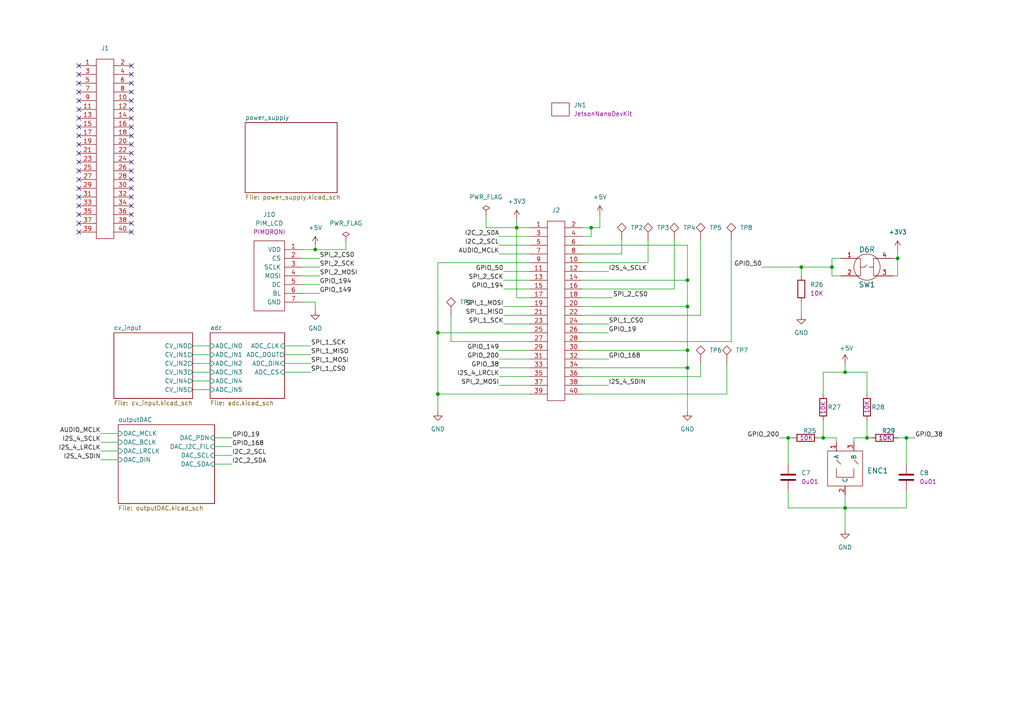
<source format=kicad_sch>
(kicad_sch (version 20211123) (generator eeschema)
  (paper "A4")
  (lib_symbols
    (symbol "capacitors_smd:0.01uf_0603_50V" (pin_numbers hide) (pin_names (offset 0.254))
      (property "Reference" "C" (at 0.635 2.54 0))
      (property "Display" "0u01" (at 4.826 0 0))
      (symbol "0.01uf_0603_50V_0_1"
        (polyline (pts (xy -2.032 -0.762) (xy 2.032 -0.762)) (stroke (width 0.508)))
        (polyline (pts (xy -2.032 0.762) (xy 2.032 0.762)) (stroke (width 0.508)))
      )
      (symbol "0.01uf_0603_50V_1_1"
        (pin passive line (at 0 3.81 270) (length 2.794) (name "~") (number "1"))
        (pin passive line (at 0 -3.81 90) (length 2.794) (name "~") (number "2"))
      )
    )
    (symbol "connectors:40_POS_Header" (pin_names (offset 1.016))
      (property "Reference" "J" (at -0.635 27.305 0))
      (symbol "40_POS_Header_0_1"
        (rectangle (start -2.54 26.035) (end 2.54 -26.035))
      )
      (symbol "40_POS_Header_1_1"
        (pin passive line (at -7.62 24.13 0) (length 5.08) (name "~") (number "1"))
        (pin passive line (at 7.62 13.97 180) (length 5.08) (name "~") (number "10"))
        (pin passive line (at -7.62 11.43 0) (length 5.08) (name "~") (number "11"))
        (pin passive line (at 7.62 11.43 180) (length 5.08) (name "~") (number "12"))
        (pin passive line (at -7.62 8.89 0) (length 5.08) (name "~") (number "13"))
        (pin passive line (at 7.62 8.89 180) (length 5.08) (name "~") (number "14"))
        (pin passive line (at -7.62 6.35 0) (length 5.08) (name "~") (number "15"))
        (pin passive line (at 7.62 6.35 180) (length 5.08) (name "~") (number "16"))
        (pin passive line (at -7.62 3.81 0) (length 5.08) (name "~") (number "17"))
        (pin passive line (at 7.62 3.81 180) (length 5.08) (name "~") (number "18"))
        (pin passive line (at -7.62 1.27 0) (length 5.08) (name "~") (number "19"))
        (pin passive line (at 7.62 24.13 180) (length 5.08) (name "~") (number "2"))
        (pin passive line (at 7.62 1.27 180) (length 5.08) (name "~") (number "20"))
        (pin passive line (at -7.62 -1.27 0) (length 5.08) (name "~") (number "21"))
        (pin passive line (at 7.62 -1.27 180) (length 5.08) (name "~") (number "22"))
        (pin passive line (at -7.62 -3.81 0) (length 5.08) (name "~") (number "23"))
        (pin passive line (at 7.62 -3.81 180) (length 5.08) (name "~") (number "24"))
        (pin passive line (at -7.62 -6.35 0) (length 5.08) (name "~") (number "25"))
        (pin passive line (at 7.62 -6.35 180) (length 5.08) (name "~") (number "26"))
        (pin passive line (at -7.62 -8.89 0) (length 5.08) (name "~") (number "27"))
        (pin passive line (at 7.62 -8.89 180) (length 5.08) (name "~") (number "28"))
        (pin passive line (at -7.62 -11.43 0) (length 5.08) (name "~") (number "29"))
        (pin passive line (at -7.62 21.59 0) (length 5.08) (name "~") (number "3"))
        (pin passive line (at 7.62 -11.43 180) (length 5.08) (name "~") (number "30"))
        (pin passive line (at -7.62 -13.97 0) (length 5.08) (name "~") (number "31"))
        (pin passive line (at 7.62 -13.97 180) (length 5.08) (name "~") (number "32"))
        (pin passive line (at -7.62 -16.51 0) (length 5.08) (name "~") (number "33"))
        (pin passive line (at 7.62 -16.51 180) (length 5.08) (name "~") (number "34"))
        (pin passive line (at -7.62 -19.05 0) (length 5.08) (name "~") (number "35"))
        (pin passive line (at 7.62 -19.05 180) (length 5.08) (name "~") (number "36"))
        (pin passive line (at -7.62 -21.59 0) (length 5.08) (name "~") (number "37"))
        (pin passive line (at 7.62 -21.59 180) (length 5.08) (name "~") (number "38"))
        (pin passive line (at -7.62 -24.13 0) (length 5.08) (name "~") (number "39"))
        (pin passive line (at 7.62 21.59 180) (length 5.08) (name "~") (number "4"))
        (pin passive line (at 7.62 -24.13 180) (length 5.08) (name "~") (number "40"))
        (pin passive line (at -7.62 19.05 0) (length 5.08) (name "~") (number "5"))
        (pin passive line (at 7.62 19.05 180) (length 5.08) (name "~") (number "6"))
        (pin passive line (at -7.62 16.51 0) (length 5.08) (name "~") (number "7"))
        (pin passive line (at 7.62 16.51 180) (length 5.08) (name "~") (number "8"))
        (pin passive line (at -7.62 13.97 0) (length 5.08) (name "~") (number "9"))
      )
    )
    (symbol "connectors:40_POS_RIBBON" (pin_names (offset 1.016))
      (property "Reference" "J" (at -0.635 27.305 0))
      (symbol "40_POS_RIBBON_0_1"
        (rectangle (start -2.54 26.035) (end 2.54 -26.035))
      )
      (symbol "40_POS_RIBBON_1_1"
        (pin passive line (at -7.62 24.13 0) (length 5.08) (name "~") (number "1"))
        (pin passive line (at 7.62 13.97 180) (length 5.08) (name "~") (number "10"))
        (pin passive line (at -7.62 11.43 0) (length 5.08) (name "~") (number "11"))
        (pin passive line (at 7.62 11.43 180) (length 5.08) (name "~") (number "12"))
        (pin passive line (at -7.62 8.89 0) (length 5.08) (name "~") (number "13"))
        (pin passive line (at 7.62 8.89 180) (length 5.08) (name "~") (number "14"))
        (pin passive line (at -7.62 6.35 0) (length 5.08) (name "~") (number "15"))
        (pin passive line (at 7.62 6.35 180) (length 5.08) (name "~") (number "16"))
        (pin passive line (at -7.62 3.81 0) (length 5.08) (name "~") (number "17"))
        (pin passive line (at 7.62 3.81 180) (length 5.08) (name "~") (number "18"))
        (pin passive line (at -7.62 1.27 0) (length 5.08) (name "~") (number "19"))
        (pin passive line (at 7.62 24.13 180) (length 5.08) (name "~") (number "2"))
        (pin passive line (at 7.62 1.27 180) (length 5.08) (name "~") (number "20"))
        (pin passive line (at -7.62 -1.27 0) (length 5.08) (name "~") (number "21"))
        (pin passive line (at 7.62 -1.27 180) (length 5.08) (name "~") (number "22"))
        (pin passive line (at -7.62 -3.81 0) (length 5.08) (name "~") (number "23"))
        (pin passive line (at 7.62 -3.81 180) (length 5.08) (name "~") (number "24"))
        (pin passive line (at -7.62 -6.35 0) (length 5.08) (name "~") (number "25"))
        (pin passive line (at 7.62 -6.35 180) (length 5.08) (name "~") (number "26"))
        (pin passive line (at -7.62 -8.89 0) (length 5.08) (name "~") (number "27"))
        (pin passive line (at 7.62 -8.89 180) (length 5.08) (name "~") (number "28"))
        (pin passive line (at -7.62 -11.43 0) (length 5.08) (name "~") (number "29"))
        (pin passive line (at -7.62 21.59 0) (length 5.08) (name "~") (number "3"))
        (pin passive line (at 7.62 -11.43 180) (length 5.08) (name "~") (number "30"))
        (pin passive line (at -7.62 -13.97 0) (length 5.08) (name "~") (number "31"))
        (pin passive line (at 7.62 -13.97 180) (length 5.08) (name "~") (number "32"))
        (pin passive line (at -7.62 -16.51 0) (length 5.08) (name "~") (number "33"))
        (pin passive line (at 7.62 -16.51 180) (length 5.08) (name "~") (number "34"))
        (pin passive line (at -7.62 -19.05 0) (length 5.08) (name "~") (number "35"))
        (pin passive line (at 7.62 -19.05 180) (length 5.08) (name "~") (number "36"))
        (pin passive line (at -7.62 -21.59 0) (length 5.08) (name "~") (number "37"))
        (pin passive line (at 7.62 -21.59 180) (length 5.08) (name "~") (number "38"))
        (pin passive line (at -7.62 -24.13 0) (length 5.08) (name "~") (number "39"))
        (pin passive line (at 7.62 21.59 180) (length 5.08) (name "~") (number "4"))
        (pin passive line (at 7.62 -24.13 180) (length 5.08) (name "~") (number "40"))
        (pin passive line (at -7.62 19.05 0) (length 5.08) (name "~") (number "5"))
        (pin passive line (at 7.62 19.05 180) (length 5.08) (name "~") (number "6"))
        (pin passive line (at -7.62 16.51 0) (length 5.08) (name "~") (number "7"))
        (pin passive line (at 7.62 16.51 180) (length 5.08) (name "~") (number "8"))
        (pin passive line (at -7.62 13.97 0) (length 5.08) (name "~") (number "9"))
      )
    )
    (symbol "display:PIM_LCD" (pin_names (offset 1.016))
      (property "Reference" "J" (at -8.89 10.16 0))
      (property "Value" "PIM_LCD" (at 0 10.16 0))
      (property "Manufacturer" "PIMORONI" (at -0.635 24.765 0))
      (symbol "PIM_LCD_0_1"
        (rectangle (start -10.16 8.89) (end 10.16 0))
      )
      (symbol "PIM_LCD_1_1"
        (pin power_in line (at -7.62 -5.08 90) (length 5.08) (name "VDD") (number "1"))
        (pin input line (at -5.08 -5.08 90) (length 5.08) (name "CS") (number "2"))
        (pin input line (at -2.54 -5.08 90) (length 5.08) (name "SCLK") (number "3"))
        (pin input line (at 0 -5.08 90) (length 5.08) (name "MOSI") (number "4"))
        (pin input line (at 2.54 -5.08 90) (length 5.08) (name "DC") (number "5"))
        (pin input line (at 5.08 -5.08 90) (length 5.08) (name "BL") (number "6"))
        (pin power_in line (at 7.62 -5.08 90) (length 5.08) (name "GND") (number "7"))
      )
    )
    (symbol "encoders:BOURNS_PEC11R_DET" (pin_names (offset 1.016))
      (property "Reference" "ENC" (at 3.81 -6.35 0))
      (symbol "BOURNS_PEC11R_DET_0_1"
        (rectangle (start -5.08 5.08) (end 5.08 -5.08))
        (polyline (pts (xy -2.54 2.54) (xy -1.27 1.27)))
        (polyline (pts (xy 2.54 2.54) (xy 3.81 1.27)))
        (polyline (pts (xy -2.54 0) (xy -2.54 -2.54) (xy 0 -2.54)))
        (polyline (pts (xy 0 -2.54) (xy 2.54 -2.54) (xy 2.54 0)))
      )
      (symbol "BOURNS_PEC11R_DET_1_1"
        (pin passive line (at -2.54 7.62 270) (length 2.54) (name "A") (number "1"))
        (pin passive line (at 0 -7.62 90) (length 2.54) (name "C") (number "2"))
        (pin passive line (at 2.54 7.62 270) (length 2.54) (name "B") (number "3"))
      )
    )
    (symbol "power:+3.3V" (power) (pin_names (offset 0))
      (property "Value" "+3.3V" (at 0 3.556 0))
      (symbol "+3.3V_0_1"
        (polyline (pts (xy -0.762 1.27) (xy 0 2.54)))
        (polyline (pts (xy 0 0) (xy 0 2.54)))
        (polyline (pts (xy 0 2.54) (xy 0.762 1.27)))
      )
      (symbol "+3.3V_1_1"
        (pin power_in line (at 0 0 90) (length 0) hide (name "+3V3") (number "1"))
      )
    )
    (symbol "power:+5V" (power) (pin_names (offset 0))
      (property "Value" "+5V" (at 0 3.556 0))
      (symbol "+5V_0_1"
        (polyline (pts (xy -0.762 1.27) (xy 0 2.54)))
        (polyline (pts (xy 0 0) (xy 0 2.54)))
        (polyline (pts (xy 0 2.54) (xy 0.762 1.27)))
      )
      (symbol "+5V_1_1"
        (pin power_in line (at 0 0 90) (length 0) hide (name "+5V") (number "1"))
      )
    )
    (symbol "power:GND" (power) (pin_names (offset 0))
      (property "Value" "GND" (at 0 -3.81 0))
      (symbol "GND_0_1"
        (polyline (pts (xy 0 0) (xy 0 -1.27) (xy 1.27 -1.27) (xy 0 -2.54) (xy -1.27 -1.27) (xy 0 -1.27)))
      )
      (symbol "GND_1_1"
        (pin power_in line (at 0 0 270) (length 0) hide (name "GND") (number "1"))
      )
    )
    (symbol "power:PWR_FLAG" (power) (pin_numbers hide) (pin_names (offset 0) hide)
      (property "Value" "PWR_FLAG" (at 0 3.81 0))
      (symbol "PWR_FLAG_0_0"
        (pin power_out line (at 0 0 90) (length 0) (name "pwr") (number "1"))
      )
      (symbol "PWR_FLAG_0_1"
        (polyline (pts (xy 0 0) (xy 0 1.27) (xy -1.016 1.905) (xy 0 2.54) (xy 1.016 1.905) (xy 0 1.27)))
      )
    )
    (symbol "resistors_smd:10K_0603" (pin_numbers hide) (pin_names (offset 0))
      (property "Reference" "R" (at 0 0 0))
      (property "Display" "10K" (at -0.127 -3.048 0))
      (symbol "10K_0603_0_1"
        (rectangle (start 2.54 -1.016) (end -2.54 1.016) (stroke (width 0.254)))
      )
      (symbol "10K_0603_1_1"
        (pin passive line (at -3.81 0 0) (length 1.27) (name "~") (number "1"))
        (pin passive line (at 3.81 0 180) (length 1.27) (name "~") (number "2"))
      )
    )
    (symbol "resistors_smd:10K_0603_2" (pin_numbers hide) (pin_names (offset 0))
      (property "Reference" "R" (at 0 0 0))
      (property "Display" "10K" (at -0.127 -3.048 0))
      (symbol "10K_0603_2_0_1"
        (rectangle (start 2.54 -1.016) (end -2.54 1.016) (stroke (width 0.254)))
      )
      (symbol "10K_0603_2_1_1"
        (pin passive line (at -3.81 0 0) (length 1.27) (name "~") (number "1"))
        (pin passive line (at 3.81 0 180) (length 1.27) (name "~") (number "2"))
      )
    )
    (symbol "singleBoardComputers:JetsonNano" (pin_numbers hide) (pin_names (offset 0))
      (property "Reference" "JN" (at 0 0 0))
      (property "Display" "JetsonNanoDevKit" (at -0.127 -3.048 0))
      (symbol "JetsonNano_0_1"
        (rectangle (start -2.54 1.905) (end 2.54 -1.905))
      )
    )
    (symbol "switches:D6R" (pin_names (offset 1.016))
      (property "Reference" "SW" (at 0 -8.89 0))
      (property "Value" "D6R" (at 3.81 -7.62 0))
      (property "Manufacturer" " C&K " (at 0 23.495 0))
      (symbol "D6R_0_1"
        (polyline (pts (xy -2.54 2.54) (xy -1.905 2.54)))
        (polyline (pts (xy -1.905 0) (xy -0.635 0)))
        (polyline (pts (xy -0.635 0) (xy 0 0.635)))
        (polyline (pts (xy 0.635 0) (xy 1.905 0)))
        (polyline (pts (xy 1.905 2.54) (xy 1.905 -2.54)))
        (polyline (pts (xy 2.54 -2.54) (xy 1.905 -2.54)))
        (polyline (pts (xy 2.54 2.54) (xy 1.905 2.54)))
        (polyline (pts (xy -2.54 -2.54) (xy -1.905 -2.54) (xy -1.905 2.54)))
        (circle (center 0 0) (radius 3.81))
      )
      (symbol "D6R_1_1"
        (pin passive line (at -7.62 2.54 0) (length 5.08) (name "~") (number "1"))
        (pin passive line (at -7.62 -2.54 0) (length 5.08) (name "~") (number "2"))
        (pin passive line (at 7.62 -2.54 180) (length 5.08) (name "") (number "3"))
        (pin passive line (at 7.62 2.54 180) (length 5.08) (name "") (number "4"))
      )
    )
    (symbol "test_points:test_point_TH_Small" (pin_numbers hide) (pin_names (offset 1.016) hide) (in_bom no)
      (property "Reference" "TP" (at 0 7.62 0))
      (symbol "test_point_TH_Small_0_1"
        (polyline (pts (xy 0 5.08) (xy -1.27 3.81) (xy 0 2.54) (xy 1.27 3.81) (xy 0 5.08) (xy 0 5.08)))
      )
      (symbol "test_point_TH_Small_1_1"
        (pin passive line (at 0 0 90) (length 2.54) (name "~") (number "1"))
      )
    )
  )
  (junction (at 262.89 127))
  (junction (at 228.6 127))
  (junction (at 171.45 66.04))
  (junction (at 260.35 74.93))
  (junction (at 245.11 147.32))
  (junction (at 149.86 66.04))
  (junction (at 199.39 106.68))
  (junction (at 245.11 107.95))
  (junction (at 127 96.52))
  (junction (at 127 114.3))
  (junction (at 199.39 88.9))
  (junction (at 251.46 127))
  (junction (at 199.39 81.28))
  (junction (at 232.41 77.47))
  (junction (at 238.76 127))
  (junction (at 241.3 77.47))
  (junction (at 199.39 101.6))
  (junction (at 91.44 72.39))
  (no_connect (at 38.1 36.83))
  (no_connect (at 22.86 19.05))
  (no_connect (at 22.86 41.91))
  (no_connect (at 22.86 57.15))
  (no_connect (at 38.1 41.91))
  (no_connect (at 38.1 19.05))
  (no_connect (at 38.1 44.45))
  (no_connect (at 38.1 62.23))
  (no_connect (at 38.1 54.61))
  (no_connect (at 38.1 46.99))
  (no_connect (at 38.1 49.53))
  (no_connect (at 38.1 64.77))
  (no_connect (at 38.1 59.69))
  (no_connect (at 38.1 34.29))
  (no_connect (at 38.1 57.15))
  (no_connect (at 22.86 62.23))
  (no_connect (at 22.86 26.67))
  (no_connect (at 22.86 36.83))
  (no_connect (at 38.1 26.67))
  (no_connect (at 38.1 24.13))
  (no_connect (at 22.86 59.69))
  (no_connect (at 22.86 67.31))
  (no_connect (at 22.86 54.61))
  (no_connect (at 22.86 46.99))
  (no_connect (at 38.1 29.21))
  (no_connect (at 22.86 21.59))
  (no_connect (at 38.1 67.31))
  (no_connect (at 22.86 24.13))
  (no_connect (at 38.1 39.37))
  (no_connect (at 38.1 31.75))
  (no_connect (at 22.86 29.21))
  (no_connect (at 22.86 34.29))
  (no_connect (at 22.86 64.77))
  (no_connect (at 38.1 21.59))
  (no_connect (at 38.1 52.07))
  (no_connect (at 22.86 39.37))
  (no_connect (at 22.86 49.53))
  (no_connect (at 22.86 52.07))
  (no_connect (at 22.86 44.45))
  (no_connect (at 22.86 31.75))
  (wire (pts (xy 146.05 83.82) (xy 153.67 83.82)))
  (wire (pts (xy 153.67 96.52) (xy 127 96.52)))
  (wire (pts (xy 168.91 86.36) (xy 177.8 86.36)))
  (wire (pts (xy 62.23 129.54) (xy 67.31 129.54)))
  (wire (pts (xy 91.44 71.12) (xy 91.44 72.39)))
  (wire (pts (xy 153.67 66.04) (xy 149.86 66.04)))
  (wire (pts (xy 146.05 78.74) (xy 153.67 78.74)))
  (wire (pts (xy 87.63 77.47) (xy 92.71 77.47)))
  (wire (pts (xy 168.91 76.2) (xy 187.96 76.2)))
  (wire (pts (xy 55.88 102.87) (xy 60.96 102.87)))
  (wire (pts (xy 245.11 147.32) (xy 245.11 153.67)))
  (wire (pts (xy 260.35 72.39) (xy 260.35 74.93)))
  (wire (pts (xy 127 96.52) (xy 127 114.3)))
  (wire (pts (xy 168.91 106.68) (xy 199.39 106.68)))
  (wire (pts (xy 168.91 101.6) (xy 199.39 101.6)))
  (wire (pts (xy 127 76.2) (xy 127 96.52)))
  (wire (pts (xy 144.78 68.58) (xy 153.67 68.58)))
  (wire (pts (xy 130.81 99.06) (xy 153.67 99.06)))
  (wire (pts (xy 168.91 73.66) (xy 180.34 73.66)))
  (wire (pts (xy 228.6 134.62) (xy 228.6 127)))
  (wire (pts (xy 252.73 127) (xy 251.46 127)))
  (wire (pts (xy 146.05 91.44) (xy 153.67 91.44)))
  (wire (pts (xy 203.2 91.44) (xy 203.2 69.85)))
  (wire (pts (xy 29.21 133.35) (xy 34.29 133.35)))
  (wire (pts (xy 232.41 87.63) (xy 232.41 91.44)))
  (wire (pts (xy 171.45 68.58) (xy 171.45 66.04)))
  (wire (pts (xy 262.89 127) (xy 262.89 134.62)))
  (wire (pts (xy 153.67 76.2) (xy 127 76.2)))
  (wire (pts (xy 82.55 107.95) (xy 90.17 107.95)))
  (wire (pts (xy 149.86 63.5) (xy 149.86 66.04)))
  (wire (pts (xy 91.44 72.39) (xy 87.63 72.39)))
  (wire (pts (xy 228.6 147.32) (xy 245.11 147.32)))
  (wire (pts (xy 55.88 105.41) (xy 60.96 105.41)))
  (wire (pts (xy 62.23 132.08) (xy 67.31 132.08)))
  (wire (pts (xy 245.11 107.95) (xy 245.11 105.41)))
  (wire (pts (xy 245.11 143.51) (xy 245.11 147.32)))
  (wire (pts (xy 168.91 88.9) (xy 199.39 88.9)))
  (wire (pts (xy 199.39 88.9) (xy 199.39 101.6)))
  (wire (pts (xy 262.89 142.24) (xy 262.89 147.32)))
  (wire (pts (xy 87.63 82.55) (xy 92.71 82.55)))
  (wire (pts (xy 144.78 104.14) (xy 153.67 104.14)))
  (wire (pts (xy 199.39 71.12) (xy 199.39 81.28)))
  (wire (pts (xy 168.91 68.58) (xy 171.45 68.58)))
  (wire (pts (xy 168.91 91.44) (xy 203.2 91.44)))
  (wire (pts (xy 203.2 109.22) (xy 203.2 105.41)))
  (wire (pts (xy 210.82 114.3) (xy 210.82 105.41)))
  (wire (pts (xy 241.3 77.47) (xy 241.3 80.01)))
  (wire (pts (xy 82.55 105.41) (xy 90.17 105.41)))
  (wire (pts (xy 168.91 81.28) (xy 199.39 81.28)))
  (wire (pts (xy 144.78 101.6) (xy 153.67 101.6)))
  (wire (pts (xy 55.88 113.03) (xy 60.96 113.03)))
  (wire (pts (xy 55.88 100.33) (xy 60.96 100.33)))
  (wire (pts (xy 260.35 74.93) (xy 260.35 80.01)))
  (wire (pts (xy 82.55 100.33) (xy 90.17 100.33)))
  (wire (pts (xy 187.96 76.2) (xy 187.96 69.85)))
  (wire (pts (xy 262.89 127) (xy 265.43 127)))
  (wire (pts (xy 144.78 109.22) (xy 153.67 109.22)))
  (wire (pts (xy 262.89 147.32) (xy 245.11 147.32)))
  (wire (pts (xy 87.63 74.93) (xy 92.71 74.93)))
  (wire (pts (xy 87.63 80.01) (xy 92.71 80.01)))
  (wire (pts (xy 168.91 83.82) (xy 195.58 83.82)))
  (wire (pts (xy 195.58 83.82) (xy 195.58 69.85)))
  (wire (pts (xy 251.46 127) (xy 251.46 121.92)))
  (wire (pts (xy 146.05 93.98) (xy 153.67 93.98)))
  (wire (pts (xy 144.78 106.68) (xy 153.67 106.68)))
  (wire (pts (xy 82.55 102.87) (xy 90.17 102.87)))
  (wire (pts (xy 173.99 62.23) (xy 173.99 66.04)))
  (wire (pts (xy 199.39 106.68) (xy 199.39 119.38)))
  (wire (pts (xy 180.34 73.66) (xy 180.34 69.85)))
  (wire (pts (xy 168.91 71.12) (xy 199.39 71.12)))
  (wire (pts (xy 144.78 111.76) (xy 153.67 111.76)))
  (wire (pts (xy 127 114.3) (xy 127 119.38)))
  (wire (pts (xy 245.11 107.95) (xy 251.46 107.95)))
  (wire (pts (xy 168.91 78.74) (xy 176.53 78.74)))
  (wire (pts (xy 149.86 86.36) (xy 149.86 66.04)))
  (wire (pts (xy 29.21 128.27) (xy 34.29 128.27)))
  (wire (pts (xy 91.44 87.63) (xy 87.63 87.63)))
  (wire (pts (xy 168.91 111.76) (xy 176.53 111.76)))
  (wire (pts (xy 242.57 127) (xy 238.76 127)))
  (wire (pts (xy 127 114.3) (xy 153.67 114.3)))
  (wire (pts (xy 232.41 77.47) (xy 232.41 80.01)))
  (wire (pts (xy 243.84 74.93) (xy 241.3 74.93)))
  (wire (pts (xy 238.76 114.3) (xy 238.76 107.95)))
  (wire (pts (xy 168.91 114.3) (xy 210.82 114.3)))
  (wire (pts (xy 238.76 127) (xy 238.76 121.92)))
  (wire (pts (xy 29.21 130.81) (xy 34.29 130.81)))
  (wire (pts (xy 91.44 72.39) (xy 100.33 72.39)))
  (wire (pts (xy 171.45 66.04) (xy 168.91 66.04)))
  (wire (pts (xy 232.41 77.47) (xy 241.3 77.47)))
  (wire (pts (xy 228.6 142.24) (xy 228.6 147.32)))
  (wire (pts (xy 146.05 81.28) (xy 153.67 81.28)))
  (wire (pts (xy 168.91 96.52) (xy 176.53 96.52)))
  (wire (pts (xy 146.05 88.9) (xy 153.67 88.9)))
  (wire (pts (xy 228.6 127) (xy 229.87 127)))
  (wire (pts (xy 168.91 104.14) (xy 176.53 104.14)))
  (wire (pts (xy 259.08 80.01) (xy 260.35 80.01)))
  (wire (pts (xy 212.09 99.06) (xy 212.09 69.85)))
  (wire (pts (xy 220.98 77.47) (xy 232.41 77.47)))
  (wire (pts (xy 140.97 62.23) (xy 140.97 66.04)))
  (wire (pts (xy 87.63 85.09) (xy 92.71 85.09)))
  (wire (pts (xy 100.33 72.39) (xy 100.33 69.85)))
  (wire (pts (xy 247.65 127) (xy 251.46 127)))
  (wire (pts (xy 91.44 90.17) (xy 91.44 87.63)))
  (wire (pts (xy 144.78 73.66) (xy 153.67 73.66)))
  (wire (pts (xy 259.08 74.93) (xy 260.35 74.93)))
  (wire (pts (xy 62.23 127) (xy 67.31 127)))
  (wire (pts (xy 29.21 125.73) (xy 34.29 125.73)))
  (wire (pts (xy 241.3 80.01) (xy 243.84 80.01)))
  (wire (pts (xy 238.76 107.95) (xy 245.11 107.95)))
  (wire (pts (xy 251.46 107.95) (xy 251.46 114.3)))
  (wire (pts (xy 199.39 101.6) (xy 199.39 106.68)))
  (wire (pts (xy 228.6 127) (xy 226.06 127)))
  (wire (pts (xy 62.23 134.62) (xy 67.31 134.62)))
  (wire (pts (xy 144.78 71.12) (xy 153.67 71.12)))
  (wire (pts (xy 171.45 66.04) (xy 173.99 66.04)))
  (wire (pts (xy 241.3 74.93) (xy 241.3 77.47)))
  (wire (pts (xy 242.57 128.27) (xy 242.57 127)))
  (wire (pts (xy 55.88 107.95) (xy 60.96 107.95)))
  (wire (pts (xy 168.91 99.06) (xy 212.09 99.06)))
  (wire (pts (xy 168.91 109.22) (xy 203.2 109.22)))
  (wire (pts (xy 247.65 128.27) (xy 247.65 127)))
  (wire (pts (xy 153.67 86.36) (xy 149.86 86.36)))
  (wire (pts (xy 55.88 110.49) (xy 60.96 110.49)))
  (wire (pts (xy 237.49 127) (xy 238.76 127)))
  (wire (pts (xy 168.91 93.98) (xy 176.53 93.98)))
  (wire (pts (xy 140.97 66.04) (xy 149.86 66.04)))
  (wire (pts (xy 199.39 81.28) (xy 199.39 88.9)))
  (wire (pts (xy 130.81 91.44) (xy 130.81 99.06)))
  (wire (pts (xy 260.35 127) (xy 262.89 127)))
  (label "I2S_4_SCLK" (at 29.21 128.27 180))
  (label "SPI_1_MOSI" (at 146.05 88.9 180))
  (label "I2S_4_SDIN" (at 176.53 111.76 0))
  (label "SPI_2_MOSI" (at 92.71 80.01 0))
  (label "GPIO_194" (at 92.71 82.55 0))
  (label "SPI_1_CS0" (at 90.17 107.95 0))
  (label "SPI_2_CS0" (at 92.71 74.93 0))
  (label "SPI_1_SCK" (at 90.17 100.33 0))
  (label "I2S_4_SCLK" (at 176.53 78.74 0))
  (label "GPIO_50" (at 220.98 77.47 180))
  (label "I2S_4_SDIN" (at 29.21 133.35 180))
  (label "GPIO_149" (at 92.71 85.09 0))
  (label "SPI_2_MOSI" (at 144.78 111.76 180))
  (label "GPIO_168" (at 176.53 104.14 0))
  (label "SPI_1_CS0" (at 176.53 93.98 0))
  (label "SPI_1_SCK" (at 146.05 93.98 180))
  (label "GPIO_50" (at 146.05 78.74 180))
  (label "AUDIO_MCLK" (at 29.21 125.73 180))
  (label "GPIO_200" (at 144.78 104.14 180))
  (label "GPIO_194" (at 146.05 83.82 180))
  (label "I2C_2_SCL" (at 67.31 132.08 0))
  (label "SPI_2_SCK" (at 146.05 81.28 180))
  (label "GPIO_149" (at 144.78 101.6 180))
  (label "I2S_4_LRCLK" (at 29.21 130.81 180))
  (label "GPIO_19" (at 67.31 127 0))
  (label "SPI_2_SCK" (at 92.71 77.47 0))
  (label "GPIO_38" (at 265.43 127 0))
  (label "GPIO_19" (at 176.53 96.52 0))
  (label "AUDIO_MCLK" (at 144.78 73.66 180))
  (label "SPI_1_MOSI" (at 90.17 105.41 0))
  (label "I2C_2_SCL" (at 144.78 71.12 180))
  (label "GPIO_168" (at 67.31 129.54 0))
  (label "SPI_1_MISO" (at 90.17 102.87 0))
  (label "GPIO_200" (at 226.06 127 180))
  (label "GPIO_38" (at 144.78 106.68 180))
  (label "I2C_2_SDA" (at 144.78 68.58 180))
  (label "I2C_2_SDA" (at 67.31 134.62 0))
  (label "SPI_1_MISO" (at 146.05 91.44 180))
  (label "I2S_4_LRCLK" (at 144.78 109.22 180))
  (label "SPI_2_CS0" (at 177.8 86.36 0))
  (symbol (lib_id "power:+3.3V") (at 149.86 63.5 0) (unit 1)
    (property "Reference" "#PWR01" (effects hide))
    (property "Value" "+3.3V" (at 149.86 58.42 0))
  )
  (symbol (lib_id "resistors_smd:10K_0603_2") (at 256.54 127 180) (unit 1)
    (property "Reference" "R29" (at 255.778 124.968 0) (effects (justify right)))
    (property "Value" "10K_0603_2" (effects hide))
    (property "Footprint" "resistors:SMD_0603[1608]" (effects hide))
    (property "Datasheet" "https://www.mouser.com/datasheet/2/348/ROHM_S_A0009648217_1-2563033.pdf" (effects hide))
    (property "Manufacturer" "ROHM Semiconductor " (effects hide))
    (property "Part Number" "SFR03EZPF1002 " (effects hide))
    (property "Display" "10K" (at 254.762 127 0) (effects (justify right)))
    (property "IPN" "RES-011-002" (effects hide))
  )
  (symbol (lib_id "display:PIM_LCD") (at 82.55 80.01 90) (mirror x) (unit 1)
    (property "Reference" "J10" (at 78.105 62.23 90))
    (property "Value" "PIM_LCD" (at 78.105 64.77 90))
    (property "Footprint" "display:PIMORONI_LCD_240x240" (effects hide))
    (property "Datasheet" "https://shop.pimoroni.com/products/1-3-spi-colour-lcd-240x240-breakout?variant=30250963632211" (effects hide))
    (property "Manufacturer" "PIMORONI" (at 78.105 67.31 90))
    (property "Part Number" "PIMORONI_LCD_240x240" (effects hide))
    (property "IPN" "DIS-001-000" (effects hide))
  )
  (symbol (lib_id "power:GND") (at 91.44 90.17 0) (unit 1)
    (property "Reference" "#PWR053" (effects hide))
    (property "Value" "GND" (at 91.44 95.25 0))
  )
  (symbol (lib_id "connectors:40_POS_RIBBON") (at 30.48 43.18 0) (unit 1) (on_board no)
    (property "Reference" "J1" (at 30.48 13.97 0))
    (property "Value" "40_POS_RIBBON" (effects hide))
    (property "Footprint" "connectors:40_POS_2.54mm" (effects hide))
    (property "Datasheet" "https://www.mouser.com/datasheet/2/527/idsd-2854485.pdf" (effects hide))
    (property "Manufacturer" "Amphenol FCI" (effects hide))
    (property "IPN" "CON-028-000" (effects hide))
    (property "Part Number" "IDSD-20-D-04.00-T-G-RW " (effects hide))
  )
  (symbol (lib_id "resistors_smd:10K_0603_2") (at 233.68 127 180) (unit 1)
    (property "Reference" "R25" (at 232.918 124.968 0) (effects (justify right)))
    (property "Value" "10K_0603_2" (effects hide))
    (property "Footprint" "resistors:SMD_0603[1608]" (effects hide))
    (property "Datasheet" "https://www.mouser.com/datasheet/2/348/ROHM_S_A0009648217_1-2563033.pdf" (effects hide))
    (property "Manufacturer" "ROHM Semiconductor " (effects hide))
    (property "Part Number" "SFR03EZPF1002 " (effects hide))
    (property "Display" "10K" (at 231.902 127 0) (effects (justify right)))
    (property "IPN" "RES-011-002" (effects hide))
  )
  (symbol (lib_id "test_points:test_point_TH_Small") (at 210.82 105.41 0) (unit 1) (in_bom no)
    (property "Reference" "TP7" (at 213.36 101.5999 0) (effects (justify left)))
    (property "Value" "test_point_TH_Small" (effects hide))
    (property "Footprint" "misc:test_point_0.6mm" (effects hide))
  )
  (symbol (lib_id "power:GND") (at 199.39 119.38 0) (unit 1)
    (property "Reference" "#PWR057" (effects hide))
    (property "Value" "GND" (at 199.39 124.46 0))
  )
  (symbol (lib_id "test_points:test_point_TH_Small") (at 180.34 69.85 0) (unit 1) (in_bom no)
    (property "Reference" "TP2" (at 182.88 66.0399 0) (effects (justify left)))
    (property "Value" "test_point_TH_Small" (effects hide))
    (property "Footprint" "misc:test_point_0.6mm" (effects hide))
  )
  (symbol (lib_id "capacitors_smd:0.01uf_0603_50V") (at 262.89 138.43 0) (unit 1)
    (property "Reference" "C8" (at 266.7 137.1599 0) (effects (justify left)))
    (property "Value" "0.01uf_0603_50V" (effects hide))
    (property "Footprint" "capacitors:SMD_0603[1608]" (effects hide))
    (property "Datasheet" "https://www.mouser.com/datasheet/2/427/vjw1bcbascomseries-1762447.pdf" (effects hide))
    (property "Manufacturer" "Vishay" (effects hide))
    (property "Part Number" "VJ0603Y103KXACW1BC " (effects hide))
    (property "Display" "0u01" (at 266.7 139.6999 0) (effects (justify left)))
    (property "IPN" "CAP-002-0001" (effects hide))
  )
  (symbol (lib_id "singleBoardComputers:JetsonNano") (at 162.56 31.75 0) (unit 1)
    (property "Reference" "JN1" (at 166.37 30.4799 0) (effects (justify left)))
    (property "Value" "JetsonNano" (effects hide))
    (property "Footprint" "singleBoardComp:jetsonNanoDev" (effects hide))
    (property "Datasheet" "https://developer.nvidia.com/embedded/jetson-nano-developer-kit" (effects hide))
    (property "Manufacturer" "NVidia" (effects hide))
    (property "Part Number" "RCG04021K00FKED" (effects hide))
    (property "Display" "JetsonNanoDevKit" (at 166.37 33.0199 0) (effects (justify left)))
    (property "IPN" "SBC-001-000" (effects hide))
  )
  (symbol (lib_id "power:+5V") (at 91.44 71.12 0) (unit 1)
    (property "Reference" "#PWR052" (effects hide))
    (property "Value" "+5V" (at 91.44 66.04 0))
  )
  (symbol (lib_id "power:PWR_FLAG") (at 100.33 69.85 0) (unit 1)
    (property "Reference" "#FLG0101" (effects hide))
    (property "Value" "PWR_FLAG" (at 100.33 64.77 0))
  )
  (symbol (lib_id "power:+5V") (at 173.99 62.23 0) (unit 1)
    (property "Reference" "#PWR02" (effects hide))
    (property "Value" "+5V" (at 173.99 57.15 0))
  )
  (symbol (lib_id "power:+3.3V") (at 260.35 72.39 0) (unit 1)
    (property "Reference" "#PWR066" (effects hide))
    (property "Value" "+3.3V" (at 260.35 67.31 0))
  )
  (symbol (lib_id "resistors_smd:10K_0603") (at 232.41 83.82 270) (unit 1)
    (property "Reference" "R26" (at 234.95 82.5499 90) (effects (justify left)))
    (property "Value" "10K_0603" (effects hide))
    (property "Footprint" "resistors:SMD_0603[1608]" (effects hide))
    (property "Datasheet" "https://www.mouser.com/datasheet/2/447/Yageo_03_18_2021_PYu_RC_Group_51_RoHS_L_11-2199992.pdf" (effects hide))
    (property "Manufacturer" "YAGEO" (effects hide))
    (property "Part Number" "AC0603FR-0710KL" (effects hide))
    (property "Display" "10K" (at 234.95 85.0899 90) (effects (justify left)))
    (property "IPN" "RES-011-000" (effects hide))
  )
  (symbol (lib_id "test_points:test_point_TH_Small") (at 203.2 69.85 0) (unit 1) (in_bom no)
    (property "Reference" "TP5" (at 205.74 66.0399 0) (effects (justify left)))
    (property "Value" "test_point_TH_Small" (effects hide))
    (property "Footprint" "misc:test_point_0.6mm" (effects hide))
  )
  (symbol (lib_id "capacitors_smd:0.01uf_0603_50V") (at 228.6 138.43 0) (unit 1)
    (property "Reference" "C7" (at 232.41 137.1599 0) (effects (justify left)))
    (property "Value" "0.01uf_0603_50V" (effects hide))
    (property "Footprint" "capacitors:SMD_0603[1608]" (effects hide))
    (property "Datasheet" "https://www.mouser.com/datasheet/2/427/vjw1bcbascomseries-1762447.pdf" (effects hide))
    (property "Manufacturer" "Vishay" (effects hide))
    (property "Part Number" "VJ0603Y103KXACW1BC " (effects hide))
    (property "Display" "0u01" (at 232.41 139.6999 0) (effects (justify left)))
    (property "IPN" "CAP-002-0001" (effects hide))
  )
  (symbol (lib_id "power:PWR_FLAG") (at 140.97 62.23 0) (unit 1)
    (property "Reference" "#FLG01" (effects hide))
    (property "Value" "PWR_FLAG" (at 140.97 57.15 0))
  )
  (symbol (lib_id "encoders:BOURNS_PEC11R_DET") (at 245.11 135.89 0) (unit 1)
    (property "Reference" "ENC1" (at 251.46 136.525 0) (effects (font (size 1.524 1.524)) (justify left)))
    (property "Value" "BOURNS_PEC11R_DET" (effects hide))
    (property "Footprint" "encoders:BOURNS_ENCODER" (effects hide))
    (property "Datasheet" "https://www.mouser.com/datasheet/2/54/PEC11R-777457.pdf" (effects hide))
    (property "Manufacturer" " Bourns " (effects hide))
    (property "Part Number" "PEC11R-4220F-N0024" (effects hide))
    (property "IPN" "ENC-002-001" (effects hide))
  )
  (symbol (lib_id "power:+5V") (at 245.11 105.41 0) (unit 1)
    (property "Reference" "#PWR064" (effects hide))
    (property "Value" "+5V" (at 245.491 101.0158 0))
  )
  (symbol (lib_id "test_points:test_point_TH_Small") (at 195.58 69.85 0) (unit 1) (in_bom no)
    (property "Reference" "TP4" (at 198.12 66.0399 0) (effects (justify left)))
    (property "Value" "test_point_TH_Small" (effects hide))
    (property "Footprint" "misc:test_point_0.6mm" (effects hide))
  )
  (symbol (lib_id "test_points:test_point_TH_Small") (at 212.09 69.85 0) (unit 1) (in_bom no)
    (property "Reference" "TP8" (at 214.63 66.0399 0) (effects (justify left)))
    (property "Value" "test_point_TH_Small" (effects hide))
    (property "Footprint" "misc:test_point_0.6mm" (effects hide))
  )
  (symbol (lib_id "resistors_smd:10K_0603_2") (at 251.46 118.11 90) (unit 1)
    (property "Reference" "R28" (at 252.73 118.11 90) (effects (justify right)))
    (property "Value" "10K_0603_2" (effects hide))
    (property "Footprint" "resistors:SMD_0603[1608]" (effects hide))
    (property "Datasheet" "https://www.mouser.com/datasheet/2/348/ROHM_S_A0009648217_1-2563033.pdf" (effects hide))
    (property "Manufacturer" "ROHM Semiconductor " (effects hide))
    (property "Part Number" "SFR03EZPF1002 " (effects hide))
    (property "Display" "10K" (at 251.46 116.078 0) (effects (justify right)))
    (property "IPN" "RES-011-002" (effects hide))
  )
  (symbol (lib_id "switches:D6R") (at 251.46 77.47 0) (unit 1)
    (property "Reference" "SW1" (at 251.46 82.55 0) (effects (font (size 1.524 1.524))))
    (property "Value" "D6R" (at 251.46 72.39 0) (effects (font (size 1.524 1.524))))
    (property "Footprint" "switches:D6R" (effects hide))
    (property "Datasheet" "https://www.mouser.com/datasheet/2/240/d6-3050860.pdf" (effects hide))
    (property "Manufacturer" " C&K " (effects hide))
    (property "Part Number" "D6R60F1LFS" (effects hide))
    (property "IPN" "SWI-002-000" (effects hide))
  )
  (symbol (lib_id "power:GND") (at 232.41 91.44 0) (unit 1)
    (property "Reference" "#PWR063" (effects hide))
    (property "Value" "GND" (at 232.41 96.52 0))
  )
  (symbol (lib_id "test_points:test_point_TH_Small") (at 187.96 69.85 0) (unit 1) (in_bom no)
    (property "Reference" "TP3" (at 190.5 66.0399 0) (effects (justify left)))
    (property "Value" "test_point_TH_Small" (effects hide))
    (property "Footprint" "misc:test_point_0.6mm" (effects hide))
  )
  (symbol (lib_id "resistors_smd:10K_0603_2") (at 238.76 118.11 90) (unit 1)
    (property "Reference" "R27" (at 240.03 118.11 90) (effects (justify right)))
    (property "Value" "10K_0603_2" (effects hide))
    (property "Footprint" "resistors:SMD_0603[1608]" (effects hide))
    (property "Datasheet" "https://www.mouser.com/datasheet/2/348/ROHM_S_A0009648217_1-2563033.pdf" (effects hide))
    (property "Manufacturer" "ROHM Semiconductor " (effects hide))
    (property "Part Number" "SFR03EZPF1002 " (effects hide))
    (property "Display" "10K" (at 238.76 116.332 0) (effects (justify right)))
    (property "IPN" "RES-011-002" (effects hide))
  )
  (symbol (lib_id "connectors:40_POS_Header") (at 161.29 90.17 0) (unit 1)
    (property "Reference" "J2" (at 161.29 60.96 0))
    (property "Value" "40_POS_Header" (effects hide))
    (property "Footprint" "connectors:40_POS_2.54mm" (effects hide))
    (property "Datasheet" "https://cdn.amphenol-cs.com/media/wysiwyg/files/documentation/datasheet/boardwiretoboard/bwb_econostik_254headers.pdf" (effects hide))
    (property "Manufacturer" "Amphenol FCI" (effects hide))
    (property "Part Number" "10129381-940002BLF" (effects hide))
    (property "IPN" "CON-027-000" (effects hide))
  )
  (symbol (lib_id "power:GND") (at 245.11 153.67 0) (unit 1)
    (property "Reference" "#PWR065" (effects hide))
    (property "Value" "GND" (at 245.11 158.75 0))
  )
  (symbol (lib_id "power:GND") (at 127 119.38 0) (unit 1)
    (property "Reference" "#PWR054" (effects hide))
    (property "Value" "GND" (at 127 124.46 0))
  )
  (symbol (lib_id "test_points:test_point_TH_Small") (at 130.81 91.44 0) (unit 1) (in_bom no)
    (property "Reference" "TP1" (at 133.35 87.6299 0) (effects (justify left)))
    (property "Value" "test_point_TH_Small" (effects hide))
    (property "Footprint" "misc:test_point_0.6mm" (effects hide))
  )
  (symbol (lib_id "test_points:test_point_TH_Small") (at 203.2 105.41 0) (unit 1) (in_bom no)
    (property "Reference" "TP6" (at 205.74 101.5999 0) (effects (justify left)))
    (property "Value" "test_point_TH_Small" (effects hide))
    (property "Footprint" "misc:test_point_0.6mm" (effects hide))
  )
  (sheet (at 71.12 35.56) (size 26.67 20.32) (stroke (width 0.1524))
    (property "Sheet name" "power_supply" (at 71.12 34.8484 0) (effects (justify left bottom)))
    (property "Sheet file" "power_supply.kicad_sch" (at 71.12 56.4646 0) (effects (justify left top)))
  )
  (sheet (at 34.29 123.19) (size 27.94 22.86) (stroke (width 0.1524))
    (property "Sheet name" "outputDAC" (at 34.29 122.4784 0) (effects (justify left bottom)))
    (property "Sheet file" "outputDAC.kicad_sch" (at 34.29 146.6346 0) (effects (justify left top)))
    (pin "DAC_MCLK" input (at 34.29 125.73 180))
    (pin "DAC_DIN" input (at 34.29 133.35 180))
    (pin "DAC_BCLK" input (at 34.29 128.27 180))
    (pin "DAC_LRCLK" input (at 34.29 130.81 180))
    (pin "DAC_PDN" input (at 62.23 127 0))
    (pin "DAC_SCL" input (at 62.23 132.08 0))
    (pin "DAC_I2C_FIL" input (at 62.23 129.54 0))
    (pin "DAC_SDA" input (at 62.23 134.62 0))
  )
  (sheet (at 33.02 96.52) (size 22.86 19.05) (stroke (width 0.1524))
    (property "Sheet name" "cv_input" (at 33.02 95.8084 0) (effects (justify left bottom)))
    (property "Sheet file" "cv_input.kicad_sch" (at 33.02 116.1546 0) (effects (justify left top)))
    (pin "CV_IN4" output (at 55.88 110.49 0))
    (pin "CV_IN5" output (at 55.88 113.03 0))
    (pin "CV_IN2" output (at 55.88 105.41 0))
    (pin "CV_IN3" output (at 55.88 107.95 0))
    (pin "CV_IN0" output (at 55.88 100.33 0))
    (pin "CV_IN1" output (at 55.88 102.87 0))
  )
  (sheet (at 60.96 96.52) (size 21.59 19.05) (stroke (width 0.1524))
    (property "Sheet name" "adc" (at 60.96 95.8084 0) (effects (justify left bottom)))
    (property "Sheet file" "adc.kicad_sch" (at 60.96 116.1546 0) (effects (justify left top)))
    (pin "ADC_IN0" input (at 60.96 100.33 180))
    (pin "ADC_IN4" input (at 60.96 110.49 180))
    (pin "ADC_IN2" input (at 60.96 105.41 180))
    (pin "ADC_IN3" input (at 60.96 107.95 180))
    (pin "ADC_IN1" input (at 60.96 102.87 180))
    (pin "ADC_IN5" input (at 60.96 113.03 180))
    (pin "ADC_CLK" input (at 82.55 100.33 0))
    (pin "ADC_DOUT" output (at 82.55 102.87 0))
    (pin "ADC_DIN" input (at 82.55 105.41 0))
    (pin "ADC_CS" input (at 82.55 107.95 0))
  )
)
</source>
